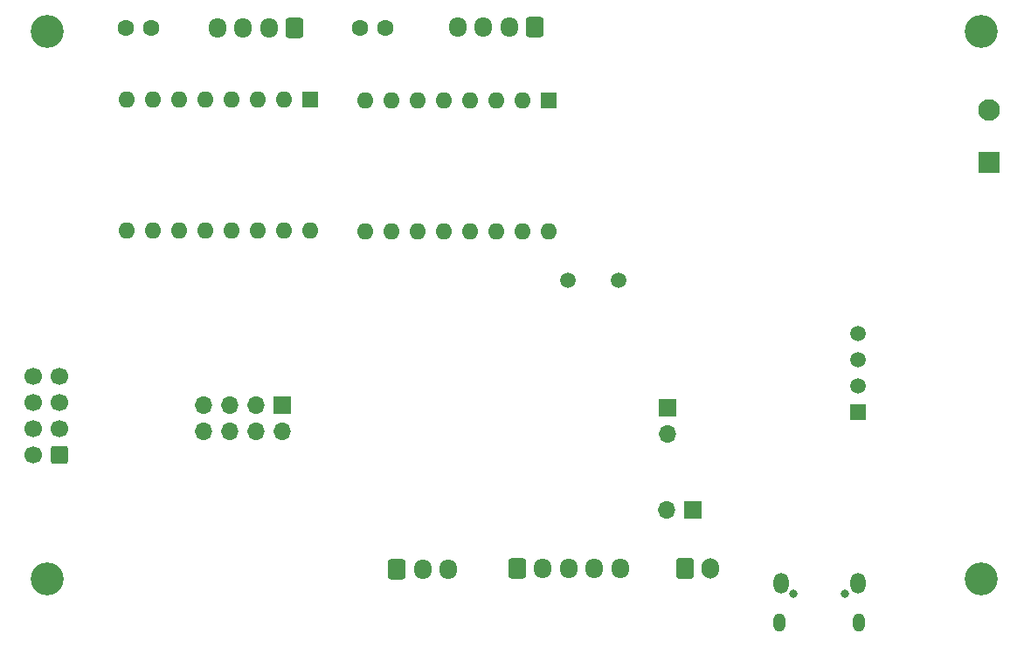
<source format=gbr>
%TF.GenerationSoftware,KiCad,Pcbnew,8.0.5*%
%TF.CreationDate,2025-01-03T15:42:36+07:00*%
%TF.ProjectId,Controller_Board,436f6e74-726f-46c6-9c65-725f426f6172,rev?*%
%TF.SameCoordinates,Original*%
%TF.FileFunction,Soldermask,Bot*%
%TF.FilePolarity,Negative*%
%FSLAX46Y46*%
G04 Gerber Fmt 4.6, Leading zero omitted, Abs format (unit mm)*
G04 Created by KiCad (PCBNEW 8.0.5) date 2025-01-03 15:42:36*
%MOMM*%
%LPD*%
G01*
G04 APERTURE LIST*
G04 Aperture macros list*
%AMRoundRect*
0 Rectangle with rounded corners*
0 $1 Rounding radius*
0 $2 $3 $4 $5 $6 $7 $8 $9 X,Y pos of 4 corners*
0 Add a 4 corners polygon primitive as box body*
4,1,4,$2,$3,$4,$5,$6,$7,$8,$9,$2,$3,0*
0 Add four circle primitives for the rounded corners*
1,1,$1+$1,$2,$3*
1,1,$1+$1,$4,$5*
1,1,$1+$1,$6,$7*
1,1,$1+$1,$8,$9*
0 Add four rect primitives between the rounded corners*
20,1,$1+$1,$2,$3,$4,$5,0*
20,1,$1+$1,$4,$5,$6,$7,0*
20,1,$1+$1,$6,$7,$8,$9,0*
20,1,$1+$1,$8,$9,$2,$3,0*%
G04 Aperture macros list end*
%ADD10C,1.600000*%
%ADD11C,3.200000*%
%ADD12RoundRect,0.250000X0.600000X0.725000X-0.600000X0.725000X-0.600000X-0.725000X0.600000X-0.725000X0*%
%ADD13O,1.700000X1.950000*%
%ADD14R,1.700000X1.700000*%
%ADD15O,1.700000X1.700000*%
%ADD16RoundRect,0.250000X-0.600000X-0.725000X0.600000X-0.725000X0.600000X0.725000X-0.600000X0.725000X0*%
%ADD17RoundRect,0.250000X-0.600000X-0.750000X0.600000X-0.750000X0.600000X0.750000X-0.600000X0.750000X0*%
%ADD18O,1.700000X2.000000*%
%ADD19R,1.600000X1.600000*%
%ADD20O,1.600000X1.600000*%
%ADD21O,0.800000X0.800000*%
%ADD22O,1.150000X1.800000*%
%ADD23O,1.450000X2.000000*%
%ADD24R,2.100000X2.100000*%
%ADD25C,2.100000*%
%ADD26RoundRect,0.250000X0.600000X0.600000X-0.600000X0.600000X-0.600000X-0.600000X0.600000X-0.600000X0*%
%ADD27C,1.700000*%
%ADD28R,1.500000X1.500000*%
%ADD29C,1.500000*%
G04 APERTURE END LIST*
D10*
%TO.C,C15*%
X117300000Y-68000000D03*
X114800000Y-68000000D03*
%TD*%
D11*
%TO.C,H3*%
X175000000Y-68300000D03*
%TD*%
D12*
%TO.C,J7*%
X131800000Y-67900000D03*
D13*
X129300000Y-67900000D03*
X126800000Y-67900000D03*
X124300000Y-67900000D03*
%TD*%
D14*
%TO.C,J9*%
X147075000Y-114700000D03*
D15*
X144535000Y-114700000D03*
%TD*%
D12*
%TO.C,J8*%
X108500000Y-68000000D03*
D13*
X106000000Y-68000000D03*
X103500000Y-68000000D03*
X101000000Y-68000000D03*
%TD*%
D16*
%TO.C,J2*%
X130040000Y-120400000D03*
D13*
X132540000Y-120400000D03*
X135040000Y-120400000D03*
X137540000Y-120400000D03*
X140040000Y-120400000D03*
%TD*%
D17*
%TO.C,J4*%
X146300000Y-120400000D03*
D18*
X148800000Y-120400000D03*
%TD*%
D19*
%TO.C,A1*%
X133100000Y-75000000D03*
D20*
X130560000Y-75000000D03*
X128020000Y-75000000D03*
X125480000Y-75000000D03*
X122940000Y-75000000D03*
X120400000Y-75000000D03*
X117860000Y-75000000D03*
X115320000Y-75000000D03*
X115320000Y-87700000D03*
X117860000Y-87700000D03*
X120400000Y-87700000D03*
X122940000Y-87700000D03*
X125480000Y-87700000D03*
X128020000Y-87700000D03*
X130560000Y-87700000D03*
X133100000Y-87700000D03*
%TD*%
D21*
%TO.C,J6*%
X156825000Y-122850000D03*
X161825000Y-122850000D03*
D22*
X155450000Y-125600000D03*
D23*
X155600000Y-121800000D03*
X163050000Y-121800000D03*
D22*
X163200000Y-125600000D03*
%TD*%
D10*
%TO.C,C16*%
X94600000Y-68000000D03*
X92100000Y-68000000D03*
%TD*%
D14*
%TO.C,JP1*%
X144600000Y-104760000D03*
D15*
X144600000Y-107300000D03*
%TD*%
D24*
%TO.C,J10*%
X175800000Y-81000000D03*
D25*
X175800000Y-75920000D03*
%TD*%
D11*
%TO.C,H1*%
X84500000Y-68300000D03*
%TD*%
D26*
%TO.C,J3*%
X85700000Y-109340000D03*
D27*
X83160000Y-109340000D03*
X85700000Y-106800000D03*
X83160000Y-106800000D03*
X85700000Y-104260000D03*
X83160000Y-104260000D03*
X85700000Y-101720000D03*
X83160000Y-101720000D03*
%TD*%
D11*
%TO.C,H4*%
X175000000Y-121400000D03*
%TD*%
D19*
%TO.C,A2*%
X110040000Y-74900000D03*
D20*
X107500000Y-74900000D03*
X104960000Y-74900000D03*
X102420000Y-74900000D03*
X99880000Y-74900000D03*
X97340000Y-74900000D03*
X94800000Y-74900000D03*
X92260000Y-74900000D03*
X92260000Y-87600000D03*
X94800000Y-87600000D03*
X97340000Y-87600000D03*
X99880000Y-87600000D03*
X102420000Y-87600000D03*
X104960000Y-87600000D03*
X107500000Y-87600000D03*
X110040000Y-87600000D03*
%TD*%
D16*
%TO.C,J1*%
X118400000Y-120500000D03*
D13*
X120900000Y-120500000D03*
X123400000Y-120500000D03*
%TD*%
D11*
%TO.C,H2*%
X84500000Y-121400000D03*
%TD*%
D28*
%TO.C,U4*%
X163100000Y-105210000D03*
D29*
X163100000Y-102670000D03*
X163100000Y-100130000D03*
X163100000Y-97590000D03*
%TD*%
%TO.C,Y1*%
X139900000Y-92400000D03*
X135020000Y-92400000D03*
%TD*%
D14*
%TO.C,J5*%
X107300000Y-104560000D03*
D15*
X107300000Y-107100000D03*
X104760000Y-104560000D03*
X104760000Y-107100000D03*
X102220000Y-104560000D03*
X102220000Y-107100000D03*
X99680000Y-104560000D03*
X99680000Y-107100000D03*
%TD*%
M02*

</source>
